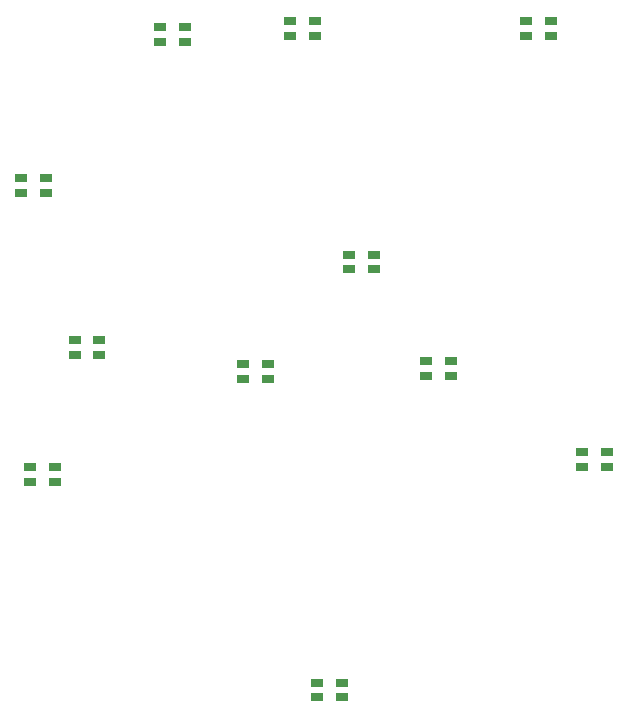
<source format=gbr>
%TF.GenerationSoftware,KiCad,Pcbnew,(5.1.10)-1*%
%TF.CreationDate,2021-10-17T16:42:44+02:00*%
%TF.ProjectId,TVZ_kuglica,54565a5f-6b75-4676-9c69-63612e6b6963,rev?*%
%TF.SameCoordinates,Original*%
%TF.FileFunction,Paste,Top*%
%TF.FilePolarity,Positive*%
%FSLAX46Y46*%
G04 Gerber Fmt 4.6, Leading zero omitted, Abs format (unit mm)*
G04 Created by KiCad (PCBNEW (5.1.10)-1) date 2021-10-17 16:42:44*
%MOMM*%
%LPD*%
G01*
G04 APERTURE LIST*
%ADD10R,1.100000X0.750000*%
G04 APERTURE END LIST*
D10*
%TO.C,D1*%
X110700000Y-86875000D03*
X112800000Y-86875000D03*
X110700000Y-88125000D03*
X112800000Y-88125000D03*
%TD*%
%TO.C,D2*%
X124550000Y-75375000D03*
X122450000Y-75375000D03*
X124550000Y-74125000D03*
X122450000Y-74125000D03*
%TD*%
%TO.C,D3*%
X153450000Y-73625000D03*
X155550000Y-73625000D03*
X153450000Y-74875000D03*
X155550000Y-74875000D03*
%TD*%
%TO.C,D4*%
X131550000Y-103875000D03*
X129450000Y-103875000D03*
X131550000Y-102625000D03*
X129450000Y-102625000D03*
%TD*%
%TO.C,D5*%
X111450000Y-111375000D03*
X113550000Y-111375000D03*
X111450000Y-112625000D03*
X113550000Y-112625000D03*
%TD*%
%TO.C,D6*%
X117300000Y-101875000D03*
X115200000Y-101875000D03*
X117300000Y-100625000D03*
X115200000Y-100625000D03*
%TD*%
%TO.C,D8*%
X160300000Y-111375000D03*
X158200000Y-111375000D03*
X160300000Y-110125000D03*
X158200000Y-110125000D03*
%TD*%
%TO.C,D9*%
X133450000Y-73625000D03*
X135550000Y-73625000D03*
X133450000Y-74875000D03*
X135550000Y-74875000D03*
%TD*%
%TO.C,D10*%
X147050000Y-103625000D03*
X144950000Y-103625000D03*
X147050000Y-102375000D03*
X144950000Y-102375000D03*
%TD*%
%TO.C,D7*%
X135700000Y-129625000D03*
X137800000Y-129625000D03*
X135700000Y-130875000D03*
X137800000Y-130875000D03*
%TD*%
%TO.C,D11*%
X138450000Y-93375000D03*
X140550000Y-93375000D03*
X138450000Y-94625000D03*
X140550000Y-94625000D03*
%TD*%
M02*

</source>
